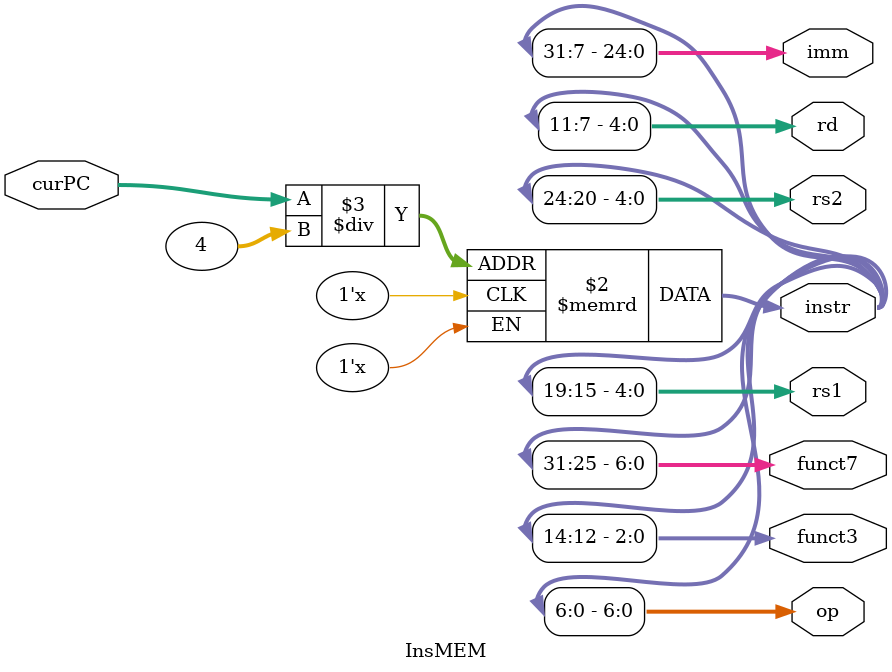
<source format=v>
module InsMEM(
        input [31:0] curPC,     
        output reg[6:0] op,     
        output reg[2:0] funct3,  
        output reg[6:0] funct7,
        output reg[4:0] rs1,     
        output reg[4:0] rs2,     
        output reg[4:0] rd,     
        output reg[24:0] imm,    
        output reg [31:0] instr  
    );
 reg [31:0] RAM[127:0];

    initial begin
        op = 7'b0000000;
        funct3 = 3'b000;
        funct7 = 7'b0000000;
        rs1 = 5'b00000;
        rs2 = 5'b00000;
        imm = 20'b00000000000000000000;

  
    end

always@(curPC)
    begin
         instr[31:0] = RAM[curPC/4];
    end

   always@(instr) 
    begin
        op = instr[6:0];
        rs1 = instr[19:15];
        rs2 = instr[24:20];
        rd = instr[11:7];
        funct3 = instr[14:12];
        funct7 = instr[31:25];
        imm = instr[31:7];
     end


endmodule


</source>
